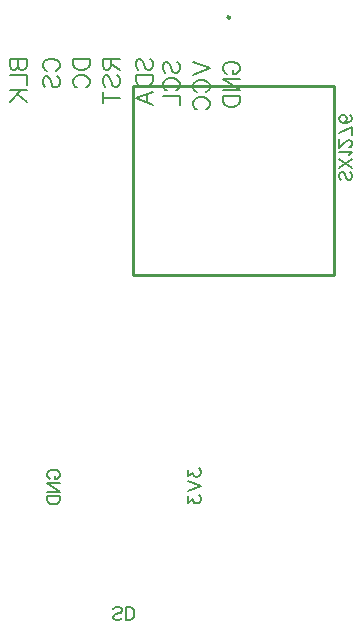
<source format=gbo>
G04 Layer: BottomSilkscreenLayer*
G04 EasyEDA v6.5.40, 2024-06-27 16:13:32*
G04 238aab5cf2124ce88d5ddd1cd96433f3,df7e7e3c38a3447abd37b529b333d242,10*
G04 Gerber Generator version 0.2*
G04 Scale: 100 percent, Rotated: No, Reflected: No *
G04 Dimensions in millimeters *
G04 leading zeros omitted , absolute positions ,4 integer and 5 decimal *
%FSLAX45Y45*%
%MOMM*%

%ADD10C,0.1524*%
%ADD11C,0.2032*%
%ADD12C,0.2540*%
%ADD13C,0.2150*%

%LPD*%
D10*
X2625343Y319278D02*
G01*
X2614929Y308863D01*
X2599436Y303784D01*
X2578608Y303784D01*
X2563113Y308863D01*
X2552700Y319278D01*
X2552700Y329692D01*
X2557779Y340105D01*
X2563113Y345439D01*
X2573527Y350520D01*
X2604770Y360934D01*
X2614929Y366013D01*
X2620263Y371347D01*
X2625343Y381762D01*
X2625343Y397255D01*
X2614929Y407670D01*
X2599436Y412750D01*
X2578608Y412750D01*
X2563113Y407670D01*
X2552700Y397255D01*
X2659634Y303784D02*
G01*
X2659634Y412750D01*
X2659634Y303784D02*
G01*
X2696209Y303784D01*
X2711704Y308863D01*
X2722118Y319278D01*
X2727197Y329692D01*
X2732531Y345439D01*
X2732531Y371347D01*
X2727197Y386842D01*
X2722118Y397255D01*
X2711704Y407670D01*
X2696209Y412750D01*
X2659634Y412750D01*
X3186684Y1577086D02*
G01*
X3186684Y1519936D01*
X3228340Y1551178D01*
X3228340Y1535429D01*
X3233420Y1525270D01*
X3238500Y1519936D01*
X3254247Y1514855D01*
X3264661Y1514855D01*
X3280156Y1519936D01*
X3290570Y1530350D01*
X3295650Y1545844D01*
X3295650Y1561592D01*
X3290570Y1577086D01*
X3285490Y1582420D01*
X3275075Y1587500D01*
X3186684Y1480565D02*
G01*
X3295650Y1438910D01*
X3186684Y1397254D02*
G01*
X3295650Y1438910D01*
X3186684Y1352550D02*
G01*
X3186684Y1295400D01*
X3228340Y1326642D01*
X3228340Y1311147D01*
X3233420Y1300734D01*
X3238500Y1295400D01*
X3254247Y1290320D01*
X3264661Y1290320D01*
X3280156Y1295400D01*
X3290570Y1305813D01*
X3295650Y1321562D01*
X3295650Y1337055D01*
X3290570Y1352550D01*
X3285490Y1357884D01*
X3275075Y1362963D01*
X2018791Y1496821D02*
G01*
X2008377Y1502155D01*
X1997963Y1512570D01*
X1992884Y1522729D01*
X1992884Y1543557D01*
X1997963Y1553971D01*
X2008377Y1564386D01*
X2018791Y1569720D01*
X2034540Y1574800D01*
X2060447Y1574800D01*
X2075941Y1569720D01*
X2086356Y1564386D01*
X2096770Y1553971D01*
X2101850Y1543557D01*
X2101850Y1522729D01*
X2096770Y1512570D01*
X2086356Y1502155D01*
X2075941Y1496821D01*
X2060447Y1496821D01*
X2060447Y1522729D02*
G01*
X2060447Y1496821D01*
X1992884Y1462531D02*
G01*
X2101850Y1462531D01*
X1992884Y1462531D02*
G01*
X2101850Y1389887D01*
X1992884Y1389887D02*
G01*
X2101850Y1389887D01*
X1992884Y1355597D02*
G01*
X2101850Y1355597D01*
X1992884Y1355597D02*
G01*
X1992884Y1319276D01*
X1997963Y1303528D01*
X2008377Y1293113D01*
X2018791Y1288034D01*
X2034540Y1282700D01*
X2060447Y1282700D01*
X2075941Y1288034D01*
X2086356Y1293113D01*
X2096770Y1303528D01*
X2101850Y1319276D01*
X2101850Y1355597D01*
X4557453Y4098635D02*
G01*
X4567844Y4088244D01*
X4573038Y4072658D01*
X4573038Y4051876D01*
X4567844Y4036291D01*
X4557453Y4025900D01*
X4547062Y4025900D01*
X4536671Y4031094D01*
X4531474Y4036291D01*
X4526279Y4046682D01*
X4515888Y4077855D01*
X4510694Y4088244D01*
X4505497Y4093441D01*
X4495106Y4098635D01*
X4479521Y4098635D01*
X4469129Y4088244D01*
X4463935Y4072658D01*
X4463935Y4051876D01*
X4469129Y4036291D01*
X4479521Y4025900D01*
X4573038Y4132925D02*
G01*
X4463935Y4205663D01*
X4573038Y4205663D02*
G01*
X4463935Y4132925D01*
X4552256Y4239953D02*
G01*
X4557453Y4250344D01*
X4573038Y4265929D01*
X4463935Y4265929D01*
X4547062Y4305414D02*
G01*
X4552256Y4305414D01*
X4562647Y4310611D01*
X4567844Y4315805D01*
X4573038Y4326196D01*
X4573038Y4346978D01*
X4567844Y4357370D01*
X4562647Y4362564D01*
X4552256Y4367761D01*
X4541865Y4367761D01*
X4531474Y4362564D01*
X4515888Y4352175D01*
X4463935Y4300220D01*
X4463935Y4372955D01*
X4573038Y4479983D02*
G01*
X4463935Y4428027D01*
X4573038Y4407245D02*
G01*
X4573038Y4479983D01*
X4557453Y4576617D02*
G01*
X4567844Y4571423D01*
X4573038Y4555835D01*
X4573038Y4545444D01*
X4567844Y4529858D01*
X4552256Y4519467D01*
X4526279Y4514273D01*
X4500303Y4514273D01*
X4479521Y4519467D01*
X4469129Y4529858D01*
X4463935Y4545444D01*
X4463935Y4550641D01*
X4469129Y4566226D01*
X4479521Y4576617D01*
X4495106Y4581814D01*
X4500303Y4581814D01*
X4515888Y4576617D01*
X4526279Y4566226D01*
X4531474Y4550641D01*
X4531474Y4545444D01*
X4526279Y4529858D01*
X4515888Y4519467D01*
X4500303Y4514273D01*
D11*
X1990852Y4952237D02*
G01*
X1977390Y4959095D01*
X1963674Y4972812D01*
X1956815Y4986528D01*
X1956815Y5013705D01*
X1963674Y5027421D01*
X1977390Y5040884D01*
X1990852Y5047742D01*
X2011425Y5054600D01*
X2045461Y5054600D01*
X2066036Y5047742D01*
X2079497Y5040884D01*
X2093213Y5027421D01*
X2100072Y5013705D01*
X2100072Y4986528D01*
X2093213Y4972812D01*
X2079497Y4959095D01*
X2066036Y4952237D01*
X1977390Y4811776D02*
G01*
X1963674Y4825492D01*
X1956815Y4846065D01*
X1956815Y4873244D01*
X1963674Y4893818D01*
X1977390Y4907279D01*
X1990852Y4907279D01*
X2004568Y4900421D01*
X2011425Y4893818D01*
X2018284Y4880102D01*
X2031745Y4839207D01*
X2038604Y4825492D01*
X2045461Y4818634D01*
X2059177Y4811776D01*
X2079497Y4811776D01*
X2093213Y4825492D01*
X2100072Y4846065D01*
X2100072Y4873244D01*
X2093213Y4893818D01*
X2079497Y4907279D01*
X2210815Y5054600D02*
G01*
X2354072Y5054600D01*
X2210815Y5054600D02*
G01*
X2210815Y5006847D01*
X2217674Y4986528D01*
X2231390Y4972812D01*
X2244852Y4965954D01*
X2265425Y4959095D01*
X2299461Y4959095D01*
X2320036Y4965954D01*
X2333497Y4972812D01*
X2347213Y4986528D01*
X2354072Y5006847D01*
X2354072Y5054600D01*
X2244852Y4811776D02*
G01*
X2231390Y4818634D01*
X2217674Y4832350D01*
X2210815Y4846065D01*
X2210815Y4873244D01*
X2217674Y4886960D01*
X2231390Y4900421D01*
X2244852Y4907279D01*
X2265425Y4914137D01*
X2299461Y4914137D01*
X2320036Y4907279D01*
X2333497Y4900421D01*
X2347213Y4886960D01*
X2354072Y4873244D01*
X2354072Y4846065D01*
X2347213Y4832350D01*
X2333497Y4818634D01*
X2320036Y4811776D01*
X3514852Y4926837D02*
G01*
X3501390Y4933695D01*
X3487674Y4947412D01*
X3480815Y4961128D01*
X3480815Y4988305D01*
X3487674Y5002021D01*
X3501390Y5015484D01*
X3514852Y5022342D01*
X3535425Y5029200D01*
X3569461Y5029200D01*
X3590036Y5022342D01*
X3603497Y5015484D01*
X3617213Y5002021D01*
X3624072Y4988305D01*
X3624072Y4961128D01*
X3617213Y4947412D01*
X3603497Y4933695D01*
X3590036Y4926837D01*
X3569461Y4926837D01*
X3569461Y4961128D02*
G01*
X3569461Y4926837D01*
X3480815Y4881879D02*
G01*
X3624072Y4881879D01*
X3480815Y4881879D02*
G01*
X3624072Y4786376D01*
X3480815Y4786376D02*
G01*
X3624072Y4786376D01*
X3480815Y4741418D02*
G01*
X3624072Y4741418D01*
X3480815Y4741418D02*
G01*
X3480815Y4693665D01*
X3487674Y4673345D01*
X3501390Y4659629D01*
X3514852Y4652771D01*
X3535425Y4645913D01*
X3569461Y4645913D01*
X3590036Y4652771D01*
X3603497Y4659629D01*
X3617213Y4673345D01*
X3624072Y4693665D01*
X3624072Y4741418D01*
X3226815Y5029200D02*
G01*
X3370072Y4974589D01*
X3226815Y4920234D02*
G01*
X3370072Y4974589D01*
X3260852Y4772913D02*
G01*
X3247390Y4779771D01*
X3233674Y4793234D01*
X3226815Y4806950D01*
X3226815Y4834128D01*
X3233674Y4847844D01*
X3247390Y4861560D01*
X3260852Y4868418D01*
X3281425Y4875021D01*
X3315461Y4875021D01*
X3336036Y4868418D01*
X3349497Y4861560D01*
X3363213Y4847844D01*
X3370072Y4834128D01*
X3370072Y4806950D01*
X3363213Y4793234D01*
X3349497Y4779771D01*
X3336036Y4772913D01*
X3260852Y4625594D02*
G01*
X3247390Y4632452D01*
X3233674Y4645913D01*
X3226815Y4659629D01*
X3226815Y4686807D01*
X3233674Y4700523D01*
X3247390Y4714239D01*
X3260852Y4721097D01*
X3281425Y4727955D01*
X3315461Y4727955D01*
X3336036Y4721097D01*
X3349497Y4714239D01*
X3363213Y4700523D01*
X3370072Y4686807D01*
X3370072Y4659629D01*
X3363213Y4645913D01*
X3349497Y4632452D01*
X3336036Y4625594D01*
X2993390Y4933695D02*
G01*
X2979674Y4947412D01*
X2972815Y4967731D01*
X2972815Y4995163D01*
X2979674Y5015484D01*
X2993390Y5029200D01*
X3006852Y5029200D01*
X3020568Y5022342D01*
X3027425Y5015484D01*
X3034284Y5002021D01*
X3047745Y4961128D01*
X3054604Y4947412D01*
X3061461Y4940554D01*
X3075177Y4933695D01*
X3095497Y4933695D01*
X3109213Y4947412D01*
X3116072Y4967731D01*
X3116072Y4995163D01*
X3109213Y5015484D01*
X3095497Y5029200D01*
X3006852Y4786376D02*
G01*
X2993390Y4793234D01*
X2979674Y4806950D01*
X2972815Y4820665D01*
X2972815Y4847844D01*
X2979674Y4861560D01*
X2993390Y4875021D01*
X3006852Y4881879D01*
X3027425Y4888737D01*
X3061461Y4888737D01*
X3082036Y4881879D01*
X3095497Y4875021D01*
X3109213Y4861560D01*
X3116072Y4847844D01*
X3116072Y4820665D01*
X3109213Y4806950D01*
X3095497Y4793234D01*
X3082036Y4786376D01*
X2972815Y4741418D02*
G01*
X3116072Y4741418D01*
X3116072Y4741418D02*
G01*
X3116072Y4659629D01*
X2764790Y4959095D02*
G01*
X2751074Y4972812D01*
X2744215Y4993131D01*
X2744215Y5020563D01*
X2751074Y5040884D01*
X2764790Y5054600D01*
X2778252Y5054600D01*
X2791968Y5047742D01*
X2798825Y5040884D01*
X2805684Y5027421D01*
X2819145Y4986528D01*
X2826004Y4972812D01*
X2832861Y4965954D01*
X2846577Y4959095D01*
X2866897Y4959095D01*
X2880613Y4972812D01*
X2887472Y4993131D01*
X2887472Y5020563D01*
X2880613Y5040884D01*
X2866897Y5054600D01*
X2744215Y4914137D02*
G01*
X2887472Y4914137D01*
X2744215Y4914137D02*
G01*
X2744215Y4866386D01*
X2751074Y4846065D01*
X2764790Y4832350D01*
X2778252Y4825492D01*
X2798825Y4818634D01*
X2832861Y4818634D01*
X2853436Y4825492D01*
X2866897Y4832350D01*
X2880613Y4846065D01*
X2887472Y4866386D01*
X2887472Y4914137D01*
X2744215Y4719065D02*
G01*
X2887472Y4773676D01*
X2744215Y4719065D02*
G01*
X2887472Y4664710D01*
X2839720Y4753355D02*
G01*
X2839720Y4685029D01*
X2464815Y5054600D02*
G01*
X2608072Y5054600D01*
X2464815Y5054600D02*
G01*
X2464815Y4993131D01*
X2471674Y4972812D01*
X2478531Y4965954D01*
X2491993Y4959095D01*
X2505709Y4959095D01*
X2519425Y4965954D01*
X2526284Y4972812D01*
X2533141Y4993131D01*
X2533141Y5054600D01*
X2533141Y5006847D02*
G01*
X2608072Y4959095D01*
X2485390Y4818634D02*
G01*
X2471674Y4832350D01*
X2464815Y4852670D01*
X2464815Y4880102D01*
X2471674Y4900421D01*
X2485390Y4914137D01*
X2498852Y4914137D01*
X2512568Y4907279D01*
X2519425Y4900421D01*
X2526284Y4886960D01*
X2539745Y4846065D01*
X2546604Y4832350D01*
X2553461Y4825492D01*
X2567177Y4818634D01*
X2587497Y4818634D01*
X2601213Y4832350D01*
X2608072Y4852670D01*
X2608072Y4880102D01*
X2601213Y4900421D01*
X2587497Y4914137D01*
X2464815Y4725923D02*
G01*
X2608072Y4725923D01*
X2464815Y4773676D02*
G01*
X2464815Y4678171D01*
X1677415Y5054600D02*
G01*
X1820671Y5054600D01*
X1677415Y5054600D02*
G01*
X1677415Y4993131D01*
X1684273Y4972812D01*
X1691131Y4965954D01*
X1704594Y4959095D01*
X1718310Y4959095D01*
X1732026Y4965954D01*
X1738884Y4972812D01*
X1745742Y4993131D01*
X1745742Y5054600D02*
G01*
X1745742Y4993131D01*
X1752345Y4972812D01*
X1759204Y4965954D01*
X1772920Y4959095D01*
X1793239Y4959095D01*
X1806955Y4965954D01*
X1813813Y4972812D01*
X1820671Y4993131D01*
X1820671Y5054600D01*
X1677415Y4914137D02*
G01*
X1820671Y4914137D01*
X1820671Y4914137D02*
G01*
X1820671Y4832350D01*
X1677415Y4787392D02*
G01*
X1820671Y4787392D01*
X1677415Y4691887D02*
G01*
X1772920Y4787392D01*
X1738884Y4753355D02*
G01*
X1820671Y4691887D01*
D12*
X4418711Y3225901D02*
G01*
X4418711Y4825898D01*
X2718714Y4825898D01*
X2718714Y3225901D01*
X4418711Y3225901D01*
D13*
G75*
G01
X3541344Y5406720D02*
G03X3541344Y5406720I-10744J0D01*
M02*

</source>
